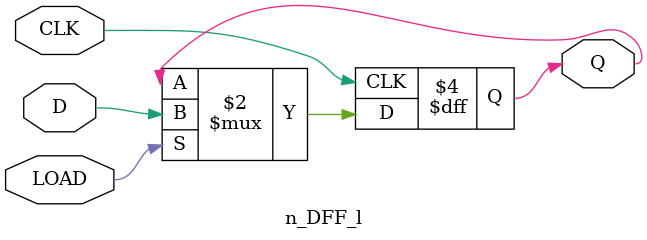
<source format=v>
/**@file
 * Cell - DFF (D Flip Flop) with sync Load Port
 */

/***************************************************************************/
/*  ncpu 32000 (Scalable Ultra-Low-Power Processor)                    */
/*                                                                         */
/*  Copyright (C) 2019 cassuto <psc-system@outlook.com>, China.            */
/*  This project is free edition; you can redistribute it and/or           */
/*  modify it under the terms of the GNU Lesser General Public             */
/*  License(GPL) as published by the Free Software Foundation; either      */
/*  version 2.1 of the License, or (at your option) any later version.     */
/*                                                                         */
/*  This project is distributed in the hope that it will be useful,        */
/*  but WITHOUT ANY WARRANTY; without even the implied warranty of         */
/*  MERCHANTABILITY or FITNESS FOR A PARTICULAR PURPOSE.  See the GNU      */
/*  Lesser General Public License for more details.                        */
/***************************************************************************/

`include "ncpu32k_config.h"

module n_DFF_l # (
   parameter DW = 1 // Data Width in bits
)
(
   input CLK,
   input LOAD,
   input [DW-1:0] D, // Data input
   output reg [DW-1:0] Q // Data output
);
   always @(posedge CLK) begin
     if (LOAD)
       Q <= #1 D;
   end
   
   // synthesis translate_off
`ifndef SYNTHESIS                   

   // Assertion (x-checker)
`ifdef NCPU_ENABLE_ASSERT
   always @(posedge CLK) begin
      if(D == {DW{1'bx}})
         $fatal ("\n dff uncertain state! \n");
   end
`endif

`endif
   // synthesis translate_on
endmodule

</source>
